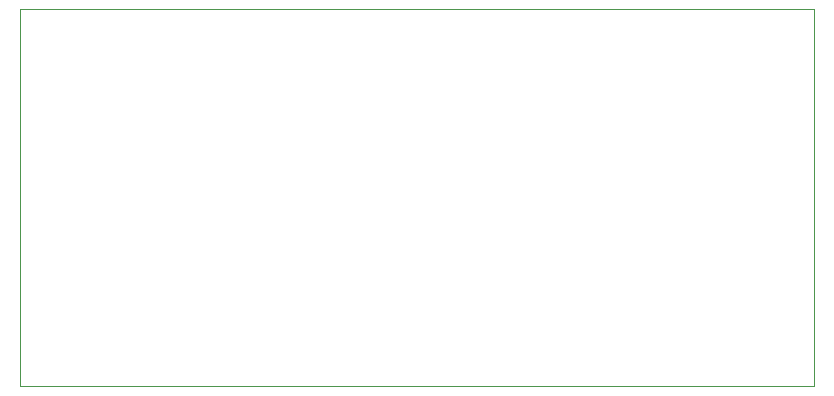
<source format=gbr>
%TF.GenerationSoftware,KiCad,Pcbnew,7.0.7*%
%TF.CreationDate,2024-05-09T15:43:52-04:00*%
%TF.ProjectId,ButtonArray,42757474-6f6e-4417-9272-61792e6b6963,rev?*%
%TF.SameCoordinates,Original*%
%TF.FileFunction,Profile,NP*%
%FSLAX46Y46*%
G04 Gerber Fmt 4.6, Leading zero omitted, Abs format (unit mm)*
G04 Created by KiCad (PCBNEW 7.0.7) date 2024-05-09 15:43:52*
%MOMM*%
%LPD*%
G01*
G04 APERTURE LIST*
%TA.AperFunction,Profile*%
%ADD10C,0.100000*%
%TD*%
G04 APERTURE END LIST*
D10*
X33350000Y-28830000D02*
X100520000Y-28830000D01*
X100520000Y-60710000D01*
X33350000Y-60710000D01*
X33350000Y-28830000D01*
M02*

</source>
